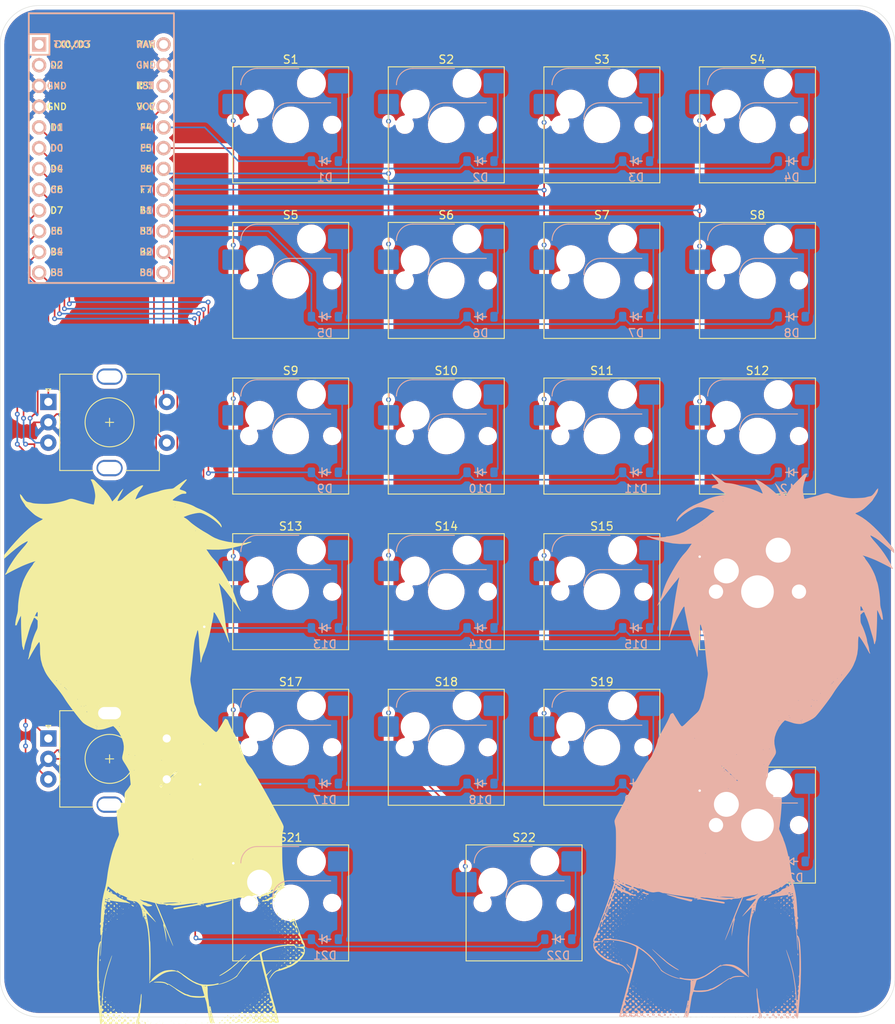
<source format=kicad_pcb>
(kicad_pcb (version 20240108) (generator "pcbnew") (generator_version "8.0")
  (layers (0 "F.Cu" signal) (31 "B.Cu" signal) (34 "B.Paste" user) (35 "F.Paste" user) (36 "B.SilkS" user "B.Silkscreen") (37 "F.SilkS" user "F.Silkscreen") (38 "B.Mask" user) (39 "F.Mask" user) (44 "Edge.Cuts" user))
  (net 0 "")
  (net 1 "Net-(D1-A)")
  (net 2 "Row 1")
  (net 3 "Net-(D2-A)")
  (net 4 "Net-(D3-A)")
  (net 5 "Net-(D4-A)")
  (net 6 "Net-(D5-A)")
  (net 7 "Row 2")
  (net 8 "Net-(D6-A)")
  (net 9 "Net-(D7-A)")
  (net 10 "Net-(D8-A)")
  (net 11 "Net-(D9-A)")
  (net 12 "Row 3")
  (net 13 "Net-(D10-A)")
  (net 14 "Net-(D11-A)")
  (net 15 "Net-(D12-A)")
  (net 16 "Net-(D13-A)")
  (net 17 "Row 4")
  (net 18 "Net-(D14-A)")
  (net 19 "Net-(D15-A)")
  (net 20 "Net-(D16-A)")
  (net 21 "Row 5")
  (net 22 "Net-(D17-A)")
  (net 23 "Net-(D18-A)")
  (net 24 "Net-(D19-A)")
  (net 25 "Net-(D20-A)")
  (net 26 "Row 0")
  (net 27 "Net-(D21-A)")
  (net 28 "Net-(D22-A)")
  (net 29 "GND")
  (net 30 "B1_RES")
  (net 31 "VCC")
  (net 32 "A1_RES")
  (net 33 "A2_RES")
  (net 34 "Column 3")
  (net 35 "Column 2")
  (net 36 "Column 1")
  (net 37 "Column 0")
  (net 38 "Enc1")
  (net 39 "Enc2")
  (net 40 "B2_RES")
  (footprint "ScottoKeebs_Hotswap:Hotswap_MX_1.00u" (layer "F.Cu") (at 104.8025 71.7725)
    (property "Reference" "S10")
    (property "Value" "Keyswitch")
  )
  (footprint "ScottoKeebs_Hotswap:Hotswap_MX_1.00u" (layer "F.Cu") (at 104.8025 33.6625)
    (property "Reference" "S2")
    (property "Value" "Keyswitch")
  )
  (footprint "ScottoKeebs_Hotswap:Hotswap_MX_2.00u_90deg" (layer "F.Cu") (at 142.9125 119.41)
    (property "Reference" "S20")
    (property "Value" "Keyswitch")
  )
  (footprint "LOGO" (layer "F.Cu") (at 69.670082 110.0025)
    (property "Reference" "G***")
    (property "Value" "LOGO" (hide yes))
  )
  (footprint "ScottoKeebs_Hotswap:Hotswap_MX_1.00u" (layer "F.Cu") (at 104.8025 90.8275)
    (property "Reference" "S14")
    (property "Value" "Keyswitch")
  )
  (footprint "Keebio-Parts.pretty-master:RotaryEncoder_EC11" (layer "F.Cu") (at 63.570082 111.3025)
    (property "Reference" "SW2")
    (property "Value" "RotaryEncoder_Switch")
  )
  (footprint "ScottoKeebs_Hotswap:Hotswap_MX_1.00u" (layer "F.Cu") (at 123.8575 109.8825)
    (property "Reference" "S19")
    (property "Value" "Keyswitch")
  )
  (footprint "ScottoKeebs_Hotswap:Hotswap_MX_1.00u" (layer "F.Cu") (at 123.8575 52.7175)
    (property "Reference" "S7")
    (property "Value" "Keyswitch")
  )
  (footprint "ScottoKeebs_Hotswap:Hotswap_MX_1.00u" (layer "F.Cu") (at 142.9125 71.7725)
    (property "Reference" "S12")
    (property "Value" "Keyswitch")
  )
  (footprint "ScottoKeebs_Hotswap:Hotswap_MX_1.00u" (layer "F.Cu") (at 123.8575 71.7725)
    (property "Reference" "S11")
    (property "Value" "Keyswitch")
  )
  (footprint "ScottoKeebs_Hotswap:Hotswap_MX_1.00u" (layer "F.Cu") (at 85.7475 33.6625)
    (property "Reference" "S1")
    (property "Value" "Keyswitch")
  )
  (footprint "ScottoKeebs_Hotswap:Hotswap_MX_1.00u" (layer "F.Cu") (at 142.9125 52.7175)
    (property "Reference" "S8")
    (property "Value" "Keyswitch")
  )
  (footprint "Keebio-Parts.pretty-master:RotaryEncoder_EC11" (layer "F.Cu") (at 63.570082 70.0925)
    (property "Reference" "SW1")
    (property "Value" "RotaryEncoder_Switch")
  )
  (footprint "ScottoKeebs_MCU:Arduino_Pro_Micro" (layer "F.Cu") (at 62.56325 37.78875)
    (property "Reference" "U1" (hide yes))
    (property "Value" "Arduino_Pro_Micro" (hide yes))
  )
  (footprint "ScottoKeebs_Hotswap:Hotswap_MX_1.00u" (layer "F.Cu") (at 142.9125 90.8275)
    (property "Reference" "S16")
    (property "Value" "Keyswitch")
  )
  (footprint "ScottoKeebs_Hotswap:Hotswap_MX_1.00u" (layer "F.Cu") (at 85.7475 52.7175)
    (property "Reference" "S5")
    (property "Value" "Keyswitch")
  )
  (footprint "ScottoKeebs_Hotswap:Hotswap_MX_1.00u" (layer "F.Cu") (at 85.7475 71.7725)
    (property "Reference" "S9")
    (property "Value" "Keyswitch")
  )
  (footprint "ScottoKeebs_Hotswap:Hotswap_MX_1.00u" (layer "F.Cu") (at 85.7475 128.9375)
    (property "Reference" "S21")
    (property "Value" "Keyswitch")
  )
  (footprint "ScottoKeebs_Hotswap:Hotswap_MX_2.00u" (layer "F.Cu") (at 114.33 128.9375)
    (property "Reference" "S22")
    (property "Value" "Keyswitch")
  )
  (footprint "ScottoKeebs_Hotswap:Hotswap_MX_1.00u" (layer "F.Cu") (at 104.8025 109.8825)
    (property "Reference" "S18")
    (property "Value" "Keyswitch")
  )
  (footprint "ScottoKeebs_Hotswap:Hotswap_MX_1.00u" (layer "F.Cu") (at 142.9125 33.6625)
    (property "Reference" "S4")
    (property "Value" "Keyswitch")
  )
  (footprint "ScottoKeebs_Hotswap:Hotswap_MX_1.00u" (layer "F.Cu") (at 85.7475 90.8275)
    (property "Reference" "S13")
    (property "Value" "Keyswitch")
  )
  (footprint "ScottoKeebs_Hotswap:Hotswap_MX_1.00u" (layer "F.Cu") (at 123.8575 90.8275)
    (property "Reference" "S15")
    (property "Value" "Keyswitch")
  )
  (footprint "ScottoKeebs_Hotswap:Hotswap_MX_1.00u" (layer "F.Cu") (at 104.8025 52.7175)
    (property "Reference" "S6")
    (property "Value" "Keyswitch")
  )
  (footprint "ScottoKeebs_Hotswap:Hotswap_MX_1.00u" (layer "F.Cu") (at 123.8575 33.6625)
    (property "Reference" "S3")
    (property "Value" "Keyswitch")
  )
  (footprint "ScottoKeebs_Hotswap:Hotswap_MX_1.00u" (layer "F.Cu") (at 85.7475 109.8825)
    (property "Reference" "S17")
    (property "Value" "Keyswitch")
  )
  (footprint "ScottoKeebs_Components:Diode_SOD-123" (layer "B.Cu") (at 118.522 133.385)
    (property "Reference" "D22")
    (property "Value" "Diode")
  )
  (footprint "LOGO" (layer "B.Cu") (at 140.62168 109.30132 180)
    (property "Reference" "G***")
    (property "Value" "LOGO" (hide yes))
  )
  (footprint "ScottoKeebs_Components:Diode_SOD-123" (layer "B.Cu") (at 108.9945 114.33)
    (property "Reference" "D18")
    (property "Value" "Diode")
  )
  (footprint "ScottoKeebs_Components:Diode_SOD-123" (layer "B.Cu") (at 128.048832 76.22)
    (property "Reference" "D11")
    (property "Value" "Diode")
  )
  (footprint "ScottoKeebs_Components:Diode_SOD-123" (layer "B.Cu") (at 108.993166 76.22)
    (property "Reference" "D10")
    (property "Value" "Diode")
  )
  (footprint "ScottoKeebs_Components:Diode_SOD-123" (layer "B.Cu") (at 108.9945 57.165)
    (property "Reference" "D6")
    (property "Value" "Diode")
  )
  (footprint "ScottoKeebs_Components:Diode_SOD-123" (layer "B.Cu") (at 128.0495 114.33)
    (property "Reference" "D19")
    (property "Value" "Diode")
  )
  (footprint "ScottoKeebs_Components:Diode_SOD-123" (layer "B.Cu") (at 89.9395 57.165)
    (property "Reference" "D5")
    (property "Value" "Diode")
  )
  (footprint "ScottoKeebs_Components:Diode_SOD-123" (layer "B.Cu") (at 147.1045 57.165)
    (property "Reference" "D8")
    (property "Value" "Diode")
  )
  (footprint "ScottoKeebs_Components:Diode_SOD-123" (layer "B.Cu") (at 147.1045 123.8575)
    (property "Reference" "D20")
    (property "Value" "Diode")
  )
  (footprint "ScottoKeebs_Components:Diode_SOD-123" (layer "B.Cu") (at 147.1045 38.11)
    (property "Reference" "D4")
    (property "Value" "Diode")
  )
  (footprint "ScottoKeebs_Components:Diode_SOD-123" (layer "B.Cu") (at 108.9945 95.275)
    (property "Reference" "D14")
    (property "Value" "Diode")
  )
  (footprint "ScottoKeebs_Components:Diode_SOD-123" (layer "B.Cu") (at 108.9925 38.11)
    (property "Reference" "D2")
    (property "Value" "Diode")
  )
  (footprint "ScottoKeebs_Components:Diode_SOD-123" (layer "B.Cu") (at 89.9395 95.275)
    (property "Reference" "D13")
    (property "Value" "Diode")
  )
  (footprint "ScottoKeebs_Components:Diode_SOD-123" (layer "B.Cu") (at 147.1045 95.275)
    (property "Reference" "D16")
    (property "Value" "Diode")
  )
  (footprint "ScottoKeebs_Components:Diode_SOD-123" (layer "B.Cu") (at 147.1045 76.22)
    (property "Reference" "D12")
    (property "Value" "Diode")
  )
  (footprint "ScottoKeebs_Components:Diode_SOD-123" (layer "B.Cu") (at 89.9375 38.11)
    (property "Reference" "D1")
    (property "Value" "Diode")
  )
  (footprint "ScottoKeebs_Components:Diode_SOD-123" (layer "B.Cu") (at 89.9395 114.33)
    (property "Reference" "D17")
    (property "Value" "Diode")
  )
  (footprint "ScottoKeebs_Components:Diode_SOD-123" (layer "B.Cu") (at 89.9375 76.22)
    (property "Reference" "D9")
    (property "Value" "Diode")
  )
  (footprint "ScottoKeebs_Components:Diode_SOD-123" (layer "B.Cu") (at 89.9375 133.385)
    (property "Reference" "D21")
    (property "Value" "Diode")
  )
  (footprint "ScottoKeebs_Components:Diode_SOD-123" (layer "B.Cu") (at 128.0495 57.165)
    (property "Reference" "D7")
    (property "Value" "Diode")
  )
  (footprint "ScottoKeebs_Components:Diode_SOD-123" (layer "B.Cu") (at 128.0495 95.275)
    (property "Reference" "D15")
    (property "Value" "Diode")
  )
  (footprint "ScottoKeebs_Components:Diode_SOD-123" (layer "B.Cu") (at 128.0495 38.11)
    (property "Reference" "D3")
    (property "Value" "Diode")
  )
  (gr_arc (start 159.74575 138.14875) (mid 158.35048 141.51723) (end 154.982 142.9125) (stroke (width 0.05)) (layer "Edge.Cuts"))
  (gr_line (start 159.74575 23.81875) (end 159.74575 138.14875) (stroke (width 0.05)) (layer "Edge.Cuts"))
  (gr_line (start 54.94125 19.055) (end 154.982 19.055) (stroke (width 0.05)) (layer "Edge.Cuts"))
  (gr_arc (start 50.1775 23.81875) (mid 51.57277 20.45027) (end 54.94125 19.055) (stroke (width 0.05)) (layer "Edge.Cuts"))
  (gr_line (start 50.1775 138.14875) (end 50.1775 23.81875) (stroke (width 0.05)) (layer "Edge.Cuts"))
  (gr_arc (start 154.982 19.055) (mid 158.350495 20.450255) (end 159.74575 23.81875) (stroke (width 0.05)) (layer "Edge.Cuts"))
  (gr_arc (start 54.94125 142.9125) (mid 51.57277 141.51723) (end 50.1775 138.14875) (stroke (width 0.05)) (layer "Edge.Cuts"))
  (gr_line (start 154.982 142.9125) (end 54.94125 142.9125) (stroke (width 0.05)) (layer "Edge.Cuts"))
  (segment (start 92.0525 37.645) (end 91.5875 38.11) (width 0.2) (layer "B.Cu") (net 1))
  (segment (start 91.5895 28.5825) (end 92.0525 29.0455) (width 0.2) (layer "B.Cu") (net 1))
  (segment (start 92.0525 29.0455) (end 92.0525 37.645) (width 0.2) (layer "B.Cu") (net 1))
  (segment (start 108.2425 58.065) (end 107.3425 57.165) (width 0.2) (layer "B.Cu") (net 2))
  (segment (start 88.2895 51.936098) (end 88.2895 57.165) (width 0.2) (layer "B.Cu") (net 2))
  (segment (start 106.4445 58.065) (end 89.1875 58.065) (width 0.2) (layer "B.Cu") (net 2))
  (segment (start 144.5545 58.065) (end 127.2975 58.065) (width 0.2) (layer "B.Cu") (net 2))
  (segment (start 70.18325 46.67875) (end 83.032152 46.67875) (width 0.2) (layer "B.Cu") (net 2))
  (segment (start 89.1875 58.065) (end 88.2875 57.165) (width 0.2) (layer "B.Cu") (net 2))
  (segment (start 125.4995 58.065) (end 108.2425 58.065) (width 0.2) (layer "B.Cu") (net 2))
  (segment (start 107.3445 57.165) (end 106.4445 58.065) (width 0.2) (layer "B.Cu") (net 2))
  (segment (start 145.4545 57.165) (end 144.5545 58.065) (width 0.2) (layer "B.Cu") (net 2))
  (segment (start 83.032152 46.67875) (end 88.2895 51.936098) (width 0.2) (layer "B.Cu") (net 2))
  (segment (start 127.2975 58.065) (end 126.3975 57.165) (width 0.2) (layer "B.Cu") (net 2))
  (segment (start 126.3995 57.165) (end 125.4995 58.065) (width 0.2) (layer "B.Cu") (net 2))
  (segment (start 111.1075 37.645) (end 110.6425 38.11) (width 0.2) (layer "B.Cu") (net 3))
  (segment (start 110.6445 28.5825) (end 111.1075 29.0455) (width 0.2) (layer "B.Cu") (net 3))
  (segment (start 111.1075 29.0455) (end 111.1075 37.645) (width 0.2) (layer "B.Cu") (net 3))
  (segment (start 130.1625 29.0455) (end 130.1625 37.647) (width 0.2) (layer "B.Cu") (net 4))
  (segment (start 130.1625 37.647) (end 129.6995 38.11) (width 0.2) (layer "B.Cu") (net 4))
  (segment (start 129.6995 28.5825) (end 130.1625 29.0455) (width 0.2) (layer "B.Cu") (net 4))
  (segment (start 149.2175 37.647) (end 148.7545 38.11) (width 0.2) (layer "B.Cu") (net 5))
  (segment (start 148.7545 28.5825) (end 149.2175 29.0455) (width 0.2) (layer "B.Cu") (net 5))
  (segment (start 149.2175 29.0455) (end 149.2175 37.647) (width 0.2) (layer "B.Cu") (net 5))
  (segment (start 91.5895 47.6375) (end 92.0525 48.1005) (width 0.2) (layer "B.Cu") (net 6))
  (segment (start 92.0525 48.1005) (end 92.0525 56.702) (width 0.2) (layer "B.Cu") (net 6))
  (segment (start 92.0525 56.702) (end 91.5895 57.165) (width 0.2) (layer "B.Cu") (net 6))
  (segment (start 58.64075 37.67625) (end 54.94325 33.97875) (width 0.2) (layer "F.Cu") (net 7))
  (segment (start 75.654378 55.389628) (end 75.63675 55.372) (width 0.2) (layer "F.Cu") (net 7))
  (segment (start 75.674832 76.333) (end 75.674832 55.389628) (width 0.2) (layer "F.Cu") (net 7))
  (segment (start 75.674832 55.389628) (end 75.654378 55.389628) (width 0.2) (layer "F.Cu") (net 7))
  (segment (start 58.64075 55.58599) (end 58.64075 37.67625) (width 0.2) (layer "F.Cu") (net 7))
  (via (at 58.64075 55.58599) (size 0.6) (drill 0.3) (layers "F.Cu" "B.Cu") (net 7))
  (via (at 75.674832 76.333) (size 0.6) (drill 0.3) (layers "F.Cu" "B.Cu") (net 7))
  (via (at 75.63675 55.372) (size 0.6) (drill 0.3) (layers "F.Cu" "B.Cu") (net 7))
  (segment (start 127.298832 77.12) (end 144.5525 77.12) (width 0.2) (layer "B.Cu") (net 7))
  (segment (start 126.398832 76.22) (end 127.298832 77.12) (width 0.2) (layer "B.Cu") (net 7))
  (segment (start 144.5525 77.12) (end 145.4525 76.22) (width 0.2) (layer "B.Cu") (net 7))
  (segment (start 107.343166 76.22) (end 108.243166 77.12) (width 0.2) (layer "B.Cu") (net 7))
  (segment (start 88.2875 76.22) (end 75.787832 76.22) (width 0.2) (layer "B.Cu") (net 7))
  (segment (start 75.63675 55.372) (end 58.85474 55.372) (width 0.2) (layer "B.Cu") (net 7))
  (segment (start 125.498832 77.12) (end 126.398832 76.22) (width 0.2) (layer "B.Cu") (net 7))
  (segment (start 75.787832 76.22) (end 75.674832 76.333) (width 0.2) (layer "B.Cu") (net 7))
  (segment (start 108.243166 77.12) (end 125.498832 77.12) (width 0.2) (layer "B.Cu") (net 7))
  (segment (start 106.443166 77.12) (end 107.343166 76.22) (width 0.2) (layer "B.Cu") (net 7))
  (segment (start 58.85474 55.372) (end 58.64075 55.58599) (width 0.2) (layer "B.Cu") (net 7))
  (segment (start 88.2875 76.22) (end 89.1875 77.12) (width 0.2) (layer "B.Cu") (net 7))
  (segment (start 89.1875 77.12) (end 106.443166 77.12) (width 0.2) (layer "B.Cu") (net 7))
  (segment (start 111.1075 48.1005) (end 111.1075 56.702) (width 0.2) (layer "B.Cu") (net 8))
  (segment (start 111.1075 56.702) (end 110.6445 57.165) (width 0.2) (layer "B.Cu") (net 8))
  (segment (start 110.6445 47.6375) (end 111.1075 48.1005) (width 0.2) (layer "B.Cu") (net 8))
  (segment (start 129.6995 47.6375) (end 130.1625 48.1005) (width 0.2) (layer "B.Cu") (net 9))
  (segment (start 130.1625 48.1005) (end 130.1625 56.702) (width 0.2) (layer "B.Cu") (net 9))
  (segment (start 130.1625 56.702) (end 129.6995 57.165) (width 0.2) (layer "B.Cu") (net 9))
  (segment (start 149.2175 48.1005) (end 149.2175 56.702) (width 0.2) (layer "B.Cu") (net 10))
  (segment (start 148.7545 47.6375) (end 149.2175 48.1005) (width 0.2) (layer "B.Cu") (net 10))
  (segment (start 149.2175 56.702) (end 148.7545 57.165) (width 0.2) (layer "B.Cu") (net 10))
  (segment (start 92.0525 75.755) (end 91.5875 76.22) (width 0.2) (layer "B.Cu") (net 11))
  (segment (start 91.5895 66.6925) (end 92.0525 67.1555) (width 0.2) (layer "B.Cu") (net 11))
  (segment (start 92.0525 67.1555) (end 92.0525 75.755) (width 0.2) (layer "B.Cu") (net 11))
  (segment (start 75.166832 95.129) (end 75.074832 95.037) (width 0.2) (layer "F.Cu") (net 12))
  (segment (start 58.04075 39.61625) (end 54.94325 36.51875) (width 0.2) (layer "F.Cu") (net 12))
  (segment (start 75.074832 56.388) (end 75.074832 56.256841) (width 0.2) (layer "F.Cu") (net 12))
  (segment (start 75.074832 95.037) (end 75.074832 56.388) (width 0.2) (layer "F.Cu") (net 12))
  (segment (start 58.04075 56.18599) (end 58.04075 39.61625) (width 0.2) (layer "F.Cu") (net 12))
  (via (at 75.166832 95.129) (size 0.6) (drill 0.3) (layers "F.Cu" "B.Cu") (net 12))
  (via (at 58.04075 56.18599) (size 0.6) (drill 0.3) (layers "F.Cu" "B.Cu") (net 12))
  (via (at 75.074832 56.256841) (size 0.6) (drill 0.3) (layers "F.Cu" "B.Cu") (net 12))
  (segment (start 89.1875 96.175) (end 88.2875 95.275) (width 0.2) (layer "B.Cu") (net 12))
  (segment (start 127.2975 96.175) (end 126.3975 95.275) (width 0.2) (layer "B.Cu") (net 12))
  (segment (start 88.2895 95.275) (end 75.312832 95.275) (width 0.2) (layer "B.Cu") (net 12))
  (segment (start 145.4545 95.275) (end 144.5545 96.175) (width 0.2) (layer "B.Cu") (net 12))
  (segment (start 107.3445 95.275) (end 106.4445 96.175) (width 0.2) (layer "B.Cu") (net 12))
  (segment (start 144.5545 96.175) (end 127.2975 96.175) (width 0.2) (layer "B.Cu") (net 12))
  (segment (start 126.3995 95.275) (end 125.4995 96.175) (width 0.2) (layer "B.Cu") (net 12))
  (segment (start 108.2425 96.175) (end 107.3425 95.275) (width 0.2) (layer "B.Cu") (net 12))
  (segment (start 125.4995 96.175) (end 108.2425 96.175) (width 0.2) (layer "B.Cu") (net 12))
  (segment (start 106.4445 96.175) (end 89.1875 96.175) (width 0.2) (layer "B.Cu") (net 12))
  (segment (start 75.312832 95.275) (end 75.166832 95.129) (width 0.2) (layer "B.Cu") (net 12))
  (segment (start 75.003981 56.18599) (end 58.04075 56.18599) (width 0.2) (layer "B.Cu") (net 12))
  (segment (start 75.074832 56.256841) (end 75.003981 56.18599) (width 0.2) (layer "B.Cu") (net 12))
  (segment (start 111.1075 67.1555) (end 111.1075 75.755666) (width 0.2) (layer "B.Cu") (net 13))
  (segment (start 111.1075 75.755666) (end 110.643166 76.22) (width 0.2) (layer "B.Cu") (net 13))
  (segment (start 110.6445 66.6925) (end 111.1075 67.1555) (width 0.2) (layer "B.Cu") (net 13))
  (segment (start 130.1625 67.1555) (end 130.1625 75.756332) (width 0.2) (layer "B.Cu") (net 14))
  (segment (start 130.1625 75.756332) (end 129.698832 76.22) (width 0.2) (layer "B.Cu") (net 14))
  (segment (start 129.6995 66.6925) (end 130.1625 67.1555) (width 0.2) (layer "B.Cu") (net 14))
  (segment (start 148.7545 66.6925) (end 149.2175 67.1555) (width 0.2) (layer "B.Cu") (net 15))
  (segment (start 149.2175 67.1555) (end 149.2175 75.757) (width 0.2) (layer "B.Cu") (net 15))
  (segment (start 149.2175 75.757) (end 148.7545 76.22) (width 0.2) (layer "B.Cu") (net 15))
  (segment (start 91.5895 85.7475) (end 92.0525 86.2105) (width 0.2) (layer "B.Cu") (net 16))
  (segment (start 92.0525 86.2105) (end 92.0525 94.812) (width 0.2) (layer "B.Cu") (net 16))
  (segment (start 92.0525 94.812) (end 91.5895 95.275) (width 0.2) (layer "B.Cu") (net 16))
  (segment (start 74.566832 56.87799) (end 74.474832 56.78599) (width 0.2) (layer "F.Cu") (net 17))
  (segment (start 74.566832 114.341) (end 74.566832 56.896) (width 0.2) (layer "F.Cu") (net 17))
  (segment (start 74.566832 56.896) (end 74.566832 56.87799) (width 0.2) (layer "F.Cu") (net 17))
  (segment (start 74.658832 114.433) (end 74.566832 114.341) (width 0.2) (layer "F.Cu") (net 17))
  (segment (start 57.44075 56.804) (end 57.44075 41.55625) (width 0.2) (layer "F.Cu") (net 17))
  (segment (start 57.44075 41.55625) (end 54.94325 39.05875) (width 0.2) (layer "F.Cu") (net 17))
  (via (at 57.44075 56.804) (size 0.6) (drill 0.3) (layers "F.Cu" "B.Cu") (net 17))
  (via (at 74.474832 56.78599) (size 0.6) (drill 0.3) (layers "F.Cu" "B.Cu") (net 17))
  (via (at 74.658832 114.433) (size 0.6) (drill 0.3) (layers "F.Cu" "B.Cu") (net 17))
  (segment (start 89.1895 115.23) (end 106.4445 115.23) (width 0.2) (layer "B.Cu") (net 17))
  (segment (start 74.474832 56.78599) (end 57.45876 56.78599) (width 0.2) (layer "B.Cu") (net 17))
  (segment (start 107.3445 114.33) (end 108.2445 115.23) (width 0.2) (layer "B.Cu") (net 17))
  (segment (start 108.2445 115.23) (end 125.4995 115.23) (width 0.2) (layer "B.Cu") (net 17))
  (segment (start 88.2895 114.33) (end 89.1895 115.23) (width 0.2) (layer "B.Cu") (net 17))
  (segment (start 106.4445 115.23) (end 107.3445 114.33) (width 0.2) (layer "B.Cu") (net 17))
  (segment (start 126.3995 114.33) (end 135.927 123.8575) (width 0.2) (layer "B.Cu") (net 17))
  (segment (start 135.927 123.8575) (end 145.4545 123.8575) (width 0.2) (layer "B.Cu") (net 17))
  (segment (start 74.761832 114.33) (end 74.658832 114.433) (width 0.2) (layer "B.Cu") (net 17))
  (segment (start 57.45876 56.78599) (end 57.44075 56.804) (width 0.2) (layer "B.Cu") (net 17))
  (segment (start 88.2895 114.33) (end 74.761832 114.33) (width 0.2) (layer "B.Cu") (net 17))
  (segment (start 125.4995 115.23) (end 126.3995 114.33) (width 0.2) (layer "B.Cu") (net 17))
  (segment (start 110.6445 85.7475) (end 111.1075 86.2105) (width 0.2) (layer "B.Cu") (net 18))
  (segment (start 111.1075 94.812) (end 110.6445 95.275) (width 0.2) (layer "B.Cu") (net 18))
  (segment (start 111.1075 86.2105) (end 111.1075 94.812) (width 0.2) (layer "B.Cu") (net 18))
  (segment (start 129.6995 85.7475) (end 130.1625 86.2105) (width 0.2) (layer "B.Cu") (net 19))
  (segment (start 130.1625 94.812) (end 129.6995 95.275) (width 0.2) (layer "B.Cu") (net 19))
  (segment (start 130.1625 86.2105) (end 130.1625 94.812) (width 0.2) (layer "B.Cu") (net 19))
  (segment (start 149.2175 86.2105) (end 149.2175 94.812) (width 0.2) (layer "B.Cu") (net 20))
  (segment (start 149.2175 94.812) (end 148.7545 95.275) (width 0.2) (layer "B.Cu") (net 20))
  (segment (start 148.7545 85.7475) (end 149.2175 86.2105) (width 0.2) (layer "B.Cu") (net 20))
  (segment (start 56.84075 57.404) (end 56.84075 43.49625) (width 0.2) (layer "F.Cu") (net 21))
  (segment (start 74.058832 57.404) (end 74.058832 133.137) (width 0.2) (layer "F.Cu") (net 21))
  (segment (start 74.058832 133.137) (end 74.150832 133.229) (width 0.2) (layer "F.Cu") (net 21))
  (segment (start 74.058832 57.404) (end 73.966832 57.404) (width 0.2) (layer "F.Cu") (net 21))
  (segment (start 56.84075 43.49625) (end 54.94325 41.59875) (width 0.2) (layer "F.Cu") (net 21))
  (via (at 74.150832 133.229) (size 0.6) (drill 0.3) (layers "F.Cu" "B.Cu") (net 21))
  (via (at 73.966832 57.404) (size 0.6) (drill 0.3) (layers "F.Cu" "B.Cu") (net 21))
  (via (at 56.84075 57.404) (size 0.6) (drill 0.3) (layers "F.Cu" "B.Cu") (net 21))
  (segment (start 89.1875 134.285) (end 88.2875 133.385) (width 0.2) (layer "B.Cu") (net 21))
  (segment (start 73.966832 57.404) (end 56.84075 57.404) (width 0.2) (layer "B.Cu") (net 21))
  (segment (start 115.972 134.285) (end 89.1875 134.285) (width 0.2) (layer "B.Cu") (net 21))
  (segment (start 116.872 133.385) (end 115.972 134.285) (width 0.2) (layer "B.Cu") (net 21))
  (segment (start 74.306832 133.385) (end 88.2875 133.385) (width 0.2) (layer "B.Cu") (net 21))
  (segment (start 74.150832 133.229) (end 74.306832 133.385) (width 0.2) (layer "B.Cu") (net 21))
  (segment (start 91.5895 104.8025) (end 92.0525 105.2655) (width 0.2) (layer "B.Cu") (net 22))
  (segment (start 92.0525 113.867) (end 91.5895 114.33) (width 0.2) (layer "B.Cu") (net 22))
  (segment (start 92.0525 105.2655) (end 92.0525 113.867) (width 0.2) (layer "B.Cu") (net 22))
  (segment (start 111.1075 113.867) (end 110.6445 114.33) (width 0.2) (layer "B.Cu") (net 23))
  (segment (start 111.1075 105.2655) (end 111.1075 113.867) (width 0.2) (layer "B.Cu") (net 23))
  (segment (start 110.6445 104.8025) (end 111.1075 105.2655) (width 0.2) (layer "B.Cu") (net 23))
  (segment (start 129.6995 104.8025) (end 130.1625 105.2655) (width 0.2) (layer "B.Cu") (net 24))
  (segment (start 130.1625 113.867) (end 129.6995 114.33) (width 0.2) (layer "B.Cu") (net 24))
  (segment (start 130.1625 105.2655) (end 130.1625 113.867) (width 0.2) (layer "B.Cu") (net 24))
  (segment (start 149.2175 114.793) (end 149.2175 123.3945) (width 0.2) (layer "B.Cu") (net 25))
  (segment (start 149.2175 123.3945) (end 148.7545 123.8575) (width 0.2) (layer "B.Cu") (net 25))
  (segment (start 148.7545 114.33) (end 149.2175 114.793) (width 0.2) (layer "B.Cu") (net 25))
  (segment (start 106.4425 39.01) (end 107.3425 38.11) (width 0.2) (layer "B.Cu") (net 26))
  (segment (start 79.353832 38.11) (end 75.222582 33.97875) (width 0.2) (layer "B.Cu") (net 26))
  (segment (start 144.5545 39.01) (end 127.2975 39.01) (width 0.2) (layer "B.Cu") (net 26))
  (segment (start 127.2975 39.01) (end 126.3975 38.11) (width 0.2) (layer "B.Cu") (net 26))
  (segment (start 88.2875 38.11) (end 79.353832 38.11) (width 0.2) (layer "B.Cu") (net 26))
  (segment (start 88.2875 38.11) (end 89.1875 39.01) (width 0.2) (layer "B.Cu") (net 26))
  (segment (start 107.3425 38.11) (end 108.2425 39.01) (width 0.2) (layer "B.Cu") (net 26))
  (segment (start 75.222582 33.97875) (end 70.18325 33.97875) (width 0.2) (layer "B.Cu") (net 26))
  (segment (start 108.2425 39.01) (end 125.4995 39.01) (width 0.2) (layer "B.Cu") (net 26))
  (segment (start 145.4545 38.11) (end 144.5545 39.01) (width 0.2) (layer "B.Cu") (net 26))
  (segment (start 89.1875 39.01) (end 106.4425 39.01) (width 0.2) (layer "B.Cu") (net 26))
  (segment (start 125.4995 39.01) (end 126.3995 38.11) (width 0.2) (layer "B.Cu") (net 26))
  (segment (start 92.0525 132.92) (end 91.5875 133.385) (width 0.2) (layer "B.Cu") (net 27))
  (segment (start 91.5895 123.8575) (end 92.0525 124.3205) (width 0.2) (layer "B.Cu") (net 27))
  (segment (start 92.0525 124.3205) (end 92.0525 132.92) (width 0.2) (layer "B.Cu") (net 27))
  (segment (start 120.172 123.8575) (end 120.635 124.3205) (width 0.2) (layer "B.Cu") (net 28))
  (segment (start 120.635 132.922) (end 120.172 133.385) (width 0.2) (layer "B.Cu") (net 28))
  (segment (start 120.635 124.3205) (end 120.635 132.922) (width 0.2) (layer "B.Cu") (net 28))
  (segment (start 55.042582 71.12) (end 54.80875 71.12) (width 0.2) (layer "F.Cu") (net 29))
  (segment (start 57.605582 71.628) (end 57.85675 71.628) (width 0.2) (layer "F.Cu") (net 29))
  (segment (start 57.136582 110.236) (end 57.85675 110.236) (width 0.2) (layer "F.Cu") (net 29))
  (segment (start 58.31425 111.3025) (end 58.36475 111.252) (width 0.2) (layer "F.Cu") (net 29))
  (segment (start 54.31225 70.0925) (end 56.070082 70.0925) (width 0.2) (layer "F.Cu") (net 29))
  (segment (start 54.31225 70.0925) (end 53.79275 70.612) (width 0.2) (layer "F.Cu") (net 29))
  (segment (start 56.070082 70.0925) (end 57.605582 71.628) (width 0.2) (layer "F.Cu") (net 29))
  (segment (start 56.070082 70.0925) (end 55.042582 71.12) (width 0.2) (layer "F.Cu") (net 29))
  (segment (start 57.074582 69.088) (end 57.85675 69.088) (width 0.2) (layer "F.Cu") (net 29))
  (segment (start 56.070082 70.0925) (end 57.074582 69.088) (width 0.2) (layer "F.Cu") (net 29))
  (segment (start 56.070082 111.3025) (end 57.136582 110.236) (width 0.2) (layer "F.Cu") (net 29))
  (segment (start 56.070082 111.3025) (end 58.31425 111.3025) (width 0.2) (layer "F.Cu") (net 29))
  (segment (start 54.34605 69.088) (end 54.770082 69.088) (width 0.2) (layer "F.Cu") (net 30))
  (segment (start 53.83805 69.596) (end 54.34605 69.088) (width 0.2) (layer "F.Cu") (net 30))
  (segment (start 54.770082 53.249122) (end 53.76695 52.24599) (width 0.2) (layer "F.Cu") (net 30))
  (segment (start 53.76695 52.24599) (end 53.76695 50.39505) (width 0.2) (layer "F.Cu") (net 30))
  (segment (start 54.770082 69.088) (end 54.770082 53.249122) (width 0.2) (layer "F.Cu") (net 30))
  (segment (start 53.76695 50.39505) (end 54.94325 49.21875) (width 0.2) (layer "F.Cu") (net 30))
  (via (at 53.83805 69.596) (size 0.6) (drill 0.3) (layers "F.Cu" "B.Cu") (net 30))
  (segment (start 56.070082 72.5925) (end 54.498451 72.5925) (width 0.2) (layer "B.Cu") (net 30))
  (segment (start 53.83805 71.932099) (end 54.498451 72.5925) (width 0.2) (layer "B.Cu") (net 30))
  (segment (start 53.83805 69.596) (end 53.83805 71.932099) (width 0.2) (layer "B.Cu") (net 30))
  (segment (start 69.270082 71.2925) (end 69.270082 112.5025) (width 0.2) (layer "F.Cu") (net 31))
  (segment (start 69.270082 66.37225) (end 69.270082 71.2925) (width 0.2) (layer "F.Cu") (net 31))
  (segment (start 69.00695 66.109118) (end 69.270082 66.37225) (width 0.2) (layer "F.Cu") (net 31))
  (segment (start 70.18325 31.43875) (end 69.00695 32.61505) (width 0.2) (layer "F.Cu") (net 31))
  (segment (start 69.00695 32.61505) (end 69.00695 66.109118) (width 0.2) (layer "F.Cu") (net 31))
  (segment (start 69.270082 112.5025) (end 70.570082 113.8025) (width 0.2) (layer "F.Cu") (net 31))
  (segment (start 69.270082 71.2925) (end 70.570082 72.5925) (width 0.2) (layer "F.Cu") (net 31))
  (segment (start 56.070082 52.885582) (end 54.94325 51.75875) (width 0.2) (layer "F.Cu") (net 32))
  (segment (start 56.070082 67.5925) (end 56.070082 52.885582) (width 0.2) (layer "F.Cu") (net 32))
  (segment (start 53.28475 72.764036) (end 54.370082 72.764036) (width 0.2) (layer "F.Cu") (net 33))
  (segment (start 54.30075 55.09671) (end 53.36695 54.16291) (width 0.2) (layer "F.Cu") (net 33))
  (segment (start 54.370082 107.1025) (end 56.070082 108.8025) (width 0.2) (layer "F.Cu") (net 33))
  (segment (start 53.36695 54.16291) (end 53.36695 48.25505) (width 0.2) (layer "F.Cu") (net 33))
  (segment (start 54.231418 68.58) (end 54.30075 68.510668) (width 0.2) (layer "F.Cu") (net 33))
  (segment (start 53.038047 69.596) (end 53.038047 68.781413) (width 0.2) (layer "F.Cu") (net 33))
  (segment (start 54.370082 72.764036) (end 54.370082 107.1025) (width 0.2) (layer "F.Cu") (net 33))
  (segment (start 53.23946 68.58) (end 54.231418 68.58) (width 0.2) (layer "F.Cu") (net 33))
  (segment (start 54.30075 68.510668) (end 54.30075 55.09671) (width 0.2) (layer "F.Cu") (net 33))
  (segment (start 53.36695 48.25505) (end 54.94325 46.67875) (width 0.2) (layer "F.Cu") (net 33))
  (segment (start 53.038047 68.781413) (end 53.23946 68.58) (width 0.2) (layer "F.Cu") (net 33))
  (via (at 53.038047 69.596) (size 0.6) (drill 0.3) (layers "F.Cu" "B.Cu") (net 33))
  (via (at 53.28475 72.764036) (size 0.6) (drill 0.3) (layers "F.Cu" "B.Cu") (net 33))
  (segment (start 53.044678 69.602631) (end 53.044678 72.523964) (width 0.2) (layer "B.Cu") (net 33))
  (segment (start 53.038047 69.596) (end 53.044678 69.602631) (width 0.2) (layer "B.Cu") (net 33))
  (segment (start 53.044678 72.523964) (end 53.28475 72.764036) (width 0.2) (layer "B.Cu") (net 33))
  (segment (start 135.833832 33.145) (end 135.833832 44.196) (width 0.2) (layer "F.Cu") (net 34))
  (segment (start 135.833832 86.545) (end 135.833832 115.195) (width 0.2) (layer "F.Cu") (net 34))
  (segment (start 135.833832 48.52) (end 135.833832 67.52) (width 0.2) (layer "F.Cu") (net 34))
  (segment (start 135.833832 67.52) (end 135.833832 86.545) (width 0.2) (layer "F.Cu") (net 34))
  (segment (start 135.833832 44.196) (end 135.833832 45.853) (width 0.2) (layer "F.Cu") (net 34))
  (segment (start 135.833832 45.853) (end 135.833832 48.52) (width 0.2) (layer "F.Cu") (net 34))
  (via (at 135.833832 86.545) (size 0.6) (drill 0.3) (layers "F.Cu" "B.Cu") (net 34))
  (via (at 135.833832 67.52) (size 0.6) (drill 0.3) (layers "F.Cu" "B.Cu") (net 34))
  (via (at 135.833832 48.52) (size 0.6) (drill 0.3) (layers "F.Cu" "B.Cu") (net 34))
  (via (at 135.833832 44.196) (size 0.6) (drill 0.3) (layers "F.Cu" "B.Cu") (net 34))
  (via (at 135.833832 33.145) (size 0.6) (drill 0.3) (layers "F.Cu" "B.Cu") (net 34))
  (via (at 135.833832 115.195) (size 0.6) (drill 0.3) (layers "F.Cu" "B.Cu") (net 34))
  (segment (start 135.8275 33.138668) (end 135.833832 33.145) (width 0.2) (layer "B.Cu") (net 34))
  (segment (start 135.833832 67.52) (end 135.833832 69.226168) (width 0.2) (layer "B.Cu") (net 34))
  (segment (start 135.833832 116.863668) (end 135.8275 116.87) (width 0.2) (layer "B.Cu") (net 34))
  (segment (start 135.8275 31.1225) (end 135.8275 33.138668) (width 0.2) (layer "B.Cu") (net 34))
  (segment (start 135.776582 44.13875) (end 135.833832 44.196) (width 0.2) (layer "B.Cu") (net 34))
  (segment (start 135.833832 50.171168) (end 135.8275 50.1775) (width 0.2) (layer "B.Cu") (net 34))
  (segment (start 135.833832 48.52) (end 135.833832 50.171168) (width 0.2) (layer "B.Cu") (net 34))
  (segment (start 135.833832 88.281168) (end 135.8275 88.2875) (width 0.2) (layer "B.Cu") (net 34))
  (segment (start 135.833832 115.195) (end 135.833832 116.863668) (width 0.2) (layer "B.Cu") (net 34))
  (segment (start 70.18325 44.13875) (end 135.776582 44.13875) (width 0.2) (layer "B.Cu") (net 34))
  (segment (start 135.833832 86.545) (end 135.833832 88.281168) (width 0.2) (layer "B.Cu") (net 34))
  (segment (start 135.833832 69.226168) (end 135.8275 69.2325) (width 0.2) (layer "B.Cu") (net 34))
  (segment (start 116.783832 67.245) (end 116.783832 86.395) (width 0.2) (layer "F.Cu") (net 35))
  (segment (start 116.783832 45.345) (end 116.783832 67.245) (width 0.2) (layer "F.Cu") (net 35))
  (segment (start 116.783832 33.37) (end 116.783832 41.656) (width 0.2) (layer "F.Cu") (net 35))
  (segment (start 116.783832 41.656) (end 116.783832 45.345) (width 0.2) (layer "F.Cu") (net 35))
  (segment (start 116.783832 105.72) (end 116.783832 86.395) (width 0.2) (layer "F.Cu") (net 35))
  (via (at 116.783832 67.245) (size 0.6) (drill 0.3) (layers "F.Cu" "B.Cu") (net 35))
  (via (at 116.783832 105.72) (size 0.6) (drill 0.3) (layers "F.Cu" "B.Cu") (net 35))
  (via (at 116.783832 86.395) (size 0.6) (drill 0.3) (layers "F.Cu" "B.Cu") (net 35))
  (via (at 116.783832 41.656) (size 0.6) (drill 0.3) (layers "F.Cu" "B.Cu") (net 35))
  (via (at 116.783832 48.37) (size 0.6) (drill 0.3) (layers "F.Cu" "B.Cu") (net 35))
  (via (at 116.783832 33.37) (size 0.6) (drill 0.3) (layers "F.Cu" "B.Cu") (net 35))
  (segment (start 116.783832 69.221168) (end 116.7725 69.2325) (width 0.2) (layer "B.Cu") (net 35))
  (segment (start 116.783832 86.395) (end 116.783832 88.276168) (width 0.2) (layer "B.Cu") (net 35))
  (segment (start 116.783832 107.331168) (end 116.7725 107.3425) (width 0.2) (layer "B.Cu") (net 35))
  (segment (start 116.783832 88.276168) (end 116.7725 88.2875) (width 0.2) (layer "B.Cu") (net 35))
  (segment (start 116.7725 33.358668) (end 116.783832 33.37) (width 0.2) (layer "B.Cu") (net 35))
  (segment (start 116.783832 105.72) (end 116.783832 107.331168) (width 0.2) (layer "B.Cu") (net 35))
  (segment (start 116.783832 67.245) (end 116.783832 69.221168) (width 0.2) (layer "B.Cu") (net 35))
  (segment (start 116.783832 50.166168) (end 116.7725 50.1775) (width 0.2) (layer "B.Cu") (net 35))
  (segment (start 116.783832 48.37) (end 116.783832 50.166168) (width 0.2) (layer "B.Cu") (net 35))
  (segment (start 116.7725 31.1225) (end 116.7725 33.358668) (width 0.2) (layer "B.Cu") (net 35))
  (segment (start 116.726582 41.59875) (end 116.783832 41.656) (width 0.2) (layer "B.Cu") (net 35))
  (segment (start 70.18325 41.59875) (end 116.726582 41.59875) (width 0.2) (layer "B.Cu") (net 35))
  (segment (start 97.733832 39.624) (end 97.733832 48.26) (width 0.2) (layer "F.Cu") (net 36))
  (segment (start 97.733832 48.26) (end 97.733832 109.626244) (width 0.2) (layer "F.Cu") (net 36))
  (segment (start 107.13275 119.025162) (end 107.13275 124.46) (width 0.2) (layer "F.Cu") (net 36))
  (segment (start 97.733832 109.626244) (end 107.13275 119.025162) (width 0.2) (layer "F.Cu") (net 36))
  (segment (start 97.733832 33.22) (end 97.733832 39.624) (width 0.2) (layer "F.Cu") (net 36))
  (via (at 97.733832 67.32) (size 0.6) (drill 0.3) (layers "F.Cu" "B.Cu") (net 36))
  (via (at 97.733832 48.26) (size 0.6) (drill 0.3) (layers "F.Cu" "B.Cu") (net 36))
  (via (at 97.733832 105.664) (size 0.6) (drill 0.3) (layers "F.Cu" "B.Cu") (net 36))
  (via (at 97.733832 33.22) (size 0.6) (drill 0.3) (layers "F.Cu" "B.Cu") (net 36))
  (via (at 107.13275 124.46) (size 0.6) (drill 0.3) (layers "F.Cu" "B.Cu") (net 36))
  (via (at 97.733832 86.36) (size 0.6) (drill 0.3) (layers "F.Cu" "B.Cu") (net 36))
  (via (at 97.733832 39.624) (size 0.6) (drill 0.3) (layers "F.Cu" "B.Cu") (net 36))
  (segment (start 97.733832 50.161168) (end 97.733832 48.26) (width 0.2) (layer "B.Cu") (net 36))
  (segment (start 97.7175 50.1775) (end 97.733832 50.161168) (width 0.2) (layer "B.Cu") (net 36))
  (segment (start 97.733832 107.326168) (end 97.7175 107.3425) (width 0.2) (layer "B.Cu") (net 36))
  (segment (start 107.13275 126.28525) (end 107.245 126.3975) (width 0.2) (layer "B.Cu") (net 36))
  (segment (start 97.733832 105.664) (end 97.733832 107.326168) (width 0.2) (layer "B.Cu") (net 36))
  (segment (start 107.13275 124.46) (end 107.13275 126.28525) (width 0.2) (layer "B.Cu") (net 36))
  (segment (start 97.733832 86.36) (end 97.733832 88.271168) (width 0.2) (layer "B.Cu") (net 36))
  (segment (start 70.7485 39.624) (end 97.733832 39.624) (width 0.2) (layer "B.Cu") (net 36))
  (segment (start 97.7175 31.1225) (end 97.7175 33.203668) (width 0.2) (layer "B.Cu") (net 36))
  (segment (start 70.18325 39.05875) (end 70.7485 39.624) (width 0.2) (layer "B.Cu") (net 36))
  (segment (start 97.7175 33.203668) (end 97.733832 33.22) (width 0.2) (layer "B.Cu") (net 36))
  (segment (start 97.733832 69.216168) (end 97.7175 69.2325) (width 0.2) (layer "B.Cu") (net 36))
  (segment (start 97.733832 67.32) (end 97.733832 69.216168) (width 0.2) (layer "B.Cu") (net 36))
  (segment (start 97.733832 88.271168) (end 97.7175 88.2875) (width 0.2) (layer "B.Cu") (net 36))
  (segment (start 78.665582 36.51875) (end 78.722832 36.576) (width 0.2) (layer "F.Cu") (net 37))
  (segment (start 78.722832 43.313) (end 78.722832 48.393) (width 0.2) (layer "F.Cu") (net 37))
  (segment (start 78.722832 36.576) (end 78.722832 43.313) (width 0.2) (layer "F.Cu") (net 37))
  (segment (start 78.722832 48.393) (end 78.722832 67.189) (width 0.2) (layer "F.Cu") (net 37))
  (segment (start 78.722832 124.085) (end 78.722832 105.289) (width 0.2) (layer "F.Cu") (net 37))
  (segment (start 70.18325 36.51875) (end 78.665582 36.51875) (width 0.2) (layer "F.Cu") (net 37))
  (segment (start 78.722832 105.289) (end 78.722832 67.189) (width 0.2) (layer "F.Cu") (net 37))
  (segment (start 78.722832 33.153) (end 78.722832 36.576) (width 0.2) (layer "F.Cu") (net 37))
  (via (at 78.722832 33.153) (size 0.6) (drill 0.3) (layers "F.Cu" "B.Cu") (net 37))
  (via (at 78.722832 48.393) (size 0.6) (drill 0.3) (layers "F.Cu" "B.Cu") (net 37))
  (via (at 78.722832 67.189) (size 0.6) (drill 0.3) (layers "F.Cu" "B.Cu") (net 37))
  (via (at 78.722832 86.493) (size 0.6) (drill 0.3) (layers "F.Cu" "B.Cu") (net 37))
  (via (at 78.722832 124.085) (size 0.6) (drill 0.3) (layers "F.Cu" "B.Cu") (net 37))
  (via (at 78.722832 105.289) (size 0.6) (drill 0.3) (layers "F.Cu" "B.Cu") (net 37))
  (segment (start 78.722832 86.493) (end 78.722832 88.227168) (width 0.2) (layer "B.Cu") (net 37))
  (segment (start 78.6625 105.349332) (end 78.6625 107.3425) (width 0.2) (layer "B.Cu") (net 37))
  (segment (start 78.6625 33.092668) (end 78.722832 33.153) (width 0.2) (layer "B.Cu") (net 37))
  (segment (start 78.722832 48.393) (end 78.722832 50.117168) (width 0.2) (layer "B.Cu") (net 37))
  (segment (start 78.6625 67.757332) (end 78.6625 69.2325) (width 0.2) (layer "B.Cu") (net 37))
  (segment (start 78.722832 88.227168) (end 78.6625 88.2875) (width 0.2) (layer "B.Cu") (net 37))
  (segment (start 78.722832 124.085) (end 78.6625 124.145332) (width 0.2) (layer "B.Cu") (net 37))
  (segment (start 78.722832 105.289) (end 78.6625 105.349332) (width 0.2) (layer "B.Cu") (net 37))
  (segment (start 78.722832 67.697) (end 78.6625 67.757332) (width 0.2) (layer "B.Cu") (net 37))
  (segment (start 78.6625 31.1225) (end 78.6625 33.092668) (width 0.2) (layer "B.Cu") (net 37))
  (segment (start 78.722832 67.189) (end 78.722832 67.697) (width 0.2) (layer "B.Cu") (net 37))
  (segment (start 78.722832 50.117168) (end 78.6625 50.1775) (width 0.2) (layer "B.Cu") (net 37))
  (segment (start 78.6625 124.145332) (end 78.6625 126.3975) (width 0.2) (layer "B.Cu") (net 37))
  (segment (start 70.18325 51.75875) (end 70.18325 67.205668) (width 0.2) (layer "F.Cu") (net 38))
  (segment (start 70.18325 67.205668) (end 70.570082 67.5925) (width 0.2) (layer "F.Cu") (net 38))
  (segment (start 71.870082 107.5025) (end 71.870082 66.548) (width 0.2) (layer "F.Cu") (net 39))
  (segment (start 71.35955 50.39505) (end 71.35955 66.037468) (width 0.2) (layer "F.Cu") (net 39))
  (segment (start 70.570082 108.8025) (end 71.870082 107.5025) (width 0.2) (layer "F.Cu") (net 39))
  (segment (start 71.35955 66.037468) (end 71.870082 66.548) (width 0.2) (layer "F.Cu") (net 39))
  (segment (start 70.18325 49.21875) (end 71.35955 50.39505) (width 0.2) (layer "F.Cu") (net 39))
  (segment (start 53.28475 73.780036) (end 52.26875 72.764036) (width 0.2) (layer "F.Cu") (net 40))
  (segment (start 52.26875 46.81325) (end 54.94325 44.13875) (width 0.2) (layer "F.Cu") (net 40))
  (segment (start 56.070082 113.8025) (end 53.28475 111.017168) (width 0.2) (layer "F.Cu") (net 40))
  (segment (start 52.26875 69.088) (end 52.26875 46.81325) (width 0.2) (layer "F.Cu") (net 40))
  (segment (start 53.28475 111.017168) (end 53.28475 109.728) (width 0.2) (layer "F.Cu") (net 40))
  (segment (start 53.28475 107.188) (end 53.28475 73.780036) (width 0.2) (layer "F.Cu") (net 40))
  (via (at 52.26875 72.764036) (size 0.6) (drill 0.3) (layers "F.Cu" "B.Cu") (net 40))
  (via (at 53.28475 107.188) (size 0.6) (drill 0.3) (layers "F.Cu" "B.Cu") (net 40))
  (via (at 52.26875 69.088) (size 0.6) (drill 0.3) (layers "F.Cu" "B.Cu") (net 40))
  (via (at 53.28475 109.728) (size 0.6) (drill 0.3) (layers "F.Cu" "B.Cu") (net 40))
  (segment (start 52.26875 69.088) (end 52.26875 72.764036) (width 0.2) (layer "B.Cu") (net 40))
  (segment (start 53.28475 107.188) (end 53.28475 109.728) (width 0.2) (layer "B.Cu") (net 40))
  (zone (net 29) (net_name "GND") (layer "F.Cu") (connect_pads (clearance 0.5)) (min_thickness 0.25) (fill yes (thermal_gap 0.5) (thermal_bridge_width 0.5))
    (polygon (pts (xy 50.1775 19.055) (xy 159.74375 19.055) (xy 159.74375 142.9125) (xy 50.1775 142.9125)))
  )
  (zone (net 29) (net_name "GND") (layer "B.Cu") (priority 1) (connect_pads (clearance 0.5)) (min_thickness 0.25) (fill yes (thermal_gap 0.5) (thermal_bridge_width 0.5))
    (polygon (pts (xy 50.1775 19.055) (xy 159.74375 19.055) (xy 159.74375 142.9125) (xy 50.1775 142.9125)))
  )
)
</source>
